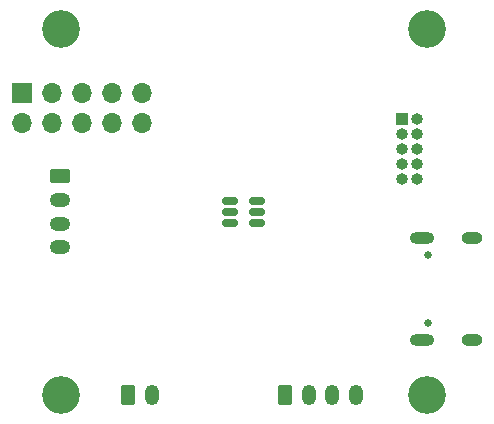
<source format=gbr>
%TF.GenerationSoftware,KiCad,Pcbnew,7.0.6*%
%TF.CreationDate,2024-02-29T21:09:00-05:00*%
%TF.ProjectId,Axis_Basic,41786973-5f42-4617-9369-632e6b696361,rev?*%
%TF.SameCoordinates,Original*%
%TF.FileFunction,Soldermask,Bot*%
%TF.FilePolarity,Negative*%
%FSLAX46Y46*%
G04 Gerber Fmt 4.6, Leading zero omitted, Abs format (unit mm)*
G04 Created by KiCad (PCBNEW 7.0.6) date 2024-02-29 21:09:00*
%MOMM*%
%LPD*%
G01*
G04 APERTURE LIST*
G04 Aperture macros list*
%AMRoundRect*
0 Rectangle with rounded corners*
0 $1 Rounding radius*
0 $2 $3 $4 $5 $6 $7 $8 $9 X,Y pos of 4 corners*
0 Add a 4 corners polygon primitive as box body*
4,1,4,$2,$3,$4,$5,$6,$7,$8,$9,$2,$3,0*
0 Add four circle primitives for the rounded corners*
1,1,$1+$1,$2,$3*
1,1,$1+$1,$4,$5*
1,1,$1+$1,$6,$7*
1,1,$1+$1,$8,$9*
0 Add four rect primitives between the rounded corners*
20,1,$1+$1,$2,$3,$4,$5,0*
20,1,$1+$1,$4,$5,$6,$7,0*
20,1,$1+$1,$6,$7,$8,$9,0*
20,1,$1+$1,$8,$9,$2,$3,0*%
G04 Aperture macros list end*
%ADD10RoundRect,0.250000X-0.350000X-0.625000X0.350000X-0.625000X0.350000X0.625000X-0.350000X0.625000X0*%
%ADD11O,1.200000X1.750000*%
%ADD12R,1.700000X1.700000*%
%ADD13O,1.700000X1.700000*%
%ADD14C,3.200000*%
%ADD15RoundRect,0.250000X-0.625000X0.350000X-0.625000X-0.350000X0.625000X-0.350000X0.625000X0.350000X0*%
%ADD16O,1.750000X1.200000*%
%ADD17R,1.000000X1.000000*%
%ADD18O,1.000000X1.000000*%
%ADD19C,0.650000*%
%ADD20O,2.100000X1.000000*%
%ADD21O,1.800000X1.000000*%
%ADD22RoundRect,0.150000X0.512500X0.150000X-0.512500X0.150000X-0.512500X-0.150000X0.512500X-0.150000X0*%
G04 APERTURE END LIST*
D10*
%TO.C,J4*%
X140200000Y-115500000D03*
D11*
X142200000Y-115500000D03*
%TD*%
D12*
%TO.C,J6*%
X131200000Y-89960000D03*
D13*
X131200000Y-92500000D03*
X133740000Y-89960000D03*
X133740000Y-92500000D03*
X136280000Y-89960000D03*
X136280000Y-92500000D03*
X138820000Y-89960000D03*
X138820000Y-92500000D03*
X141360000Y-89960000D03*
X141360000Y-92500000D03*
%TD*%
D14*
%TO.C,H1*%
X165500000Y-115500000D03*
%TD*%
D15*
%TO.C,J2*%
X134450000Y-97000000D03*
D16*
X134450000Y-99000000D03*
X134450000Y-101000000D03*
X134450000Y-103000000D03*
%TD*%
D14*
%TO.C,H4*%
X165500000Y-84500000D03*
%TD*%
%TO.C,H3*%
X134500000Y-84500000D03*
%TD*%
D10*
%TO.C,J3*%
X153500000Y-115500000D03*
D11*
X155500000Y-115500000D03*
X157500000Y-115500000D03*
X159500000Y-115500000D03*
%TD*%
D17*
%TO.C,J5*%
X163430000Y-92100000D03*
D18*
X164700000Y-92100000D03*
X163430000Y-93370000D03*
X164700000Y-93370000D03*
X163430000Y-94640000D03*
X164700000Y-94640000D03*
X163430000Y-95910000D03*
X164700000Y-95910000D03*
X163430000Y-97180000D03*
X164700000Y-97180000D03*
%TD*%
D14*
%TO.C,H2*%
X134500000Y-115500000D03*
%TD*%
D19*
%TO.C,J1*%
X165595000Y-109390000D03*
X165595000Y-103610000D03*
D20*
X165075000Y-110820000D03*
D21*
X169275000Y-110820000D03*
D20*
X165075000Y-102180000D03*
D21*
X169275000Y-102180000D03*
%TD*%
D22*
%TO.C,U1*%
X151137500Y-99050000D03*
X151137500Y-100000000D03*
X151137500Y-100950000D03*
X148862500Y-100950000D03*
X148862500Y-100000000D03*
X148862500Y-99050000D03*
%TD*%
M02*

</source>
